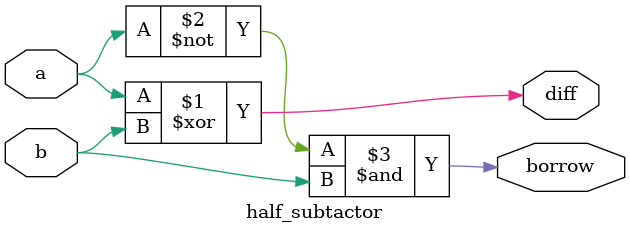
<source format=v>
`timescale 1ns / 1ps


module half_subtactor(a,b,diff,borrow);
   input a,b;
  output diff, borrow;
  assign diff = a ^ b;
  assign borrow = ~a & b;
endmodule

</source>
